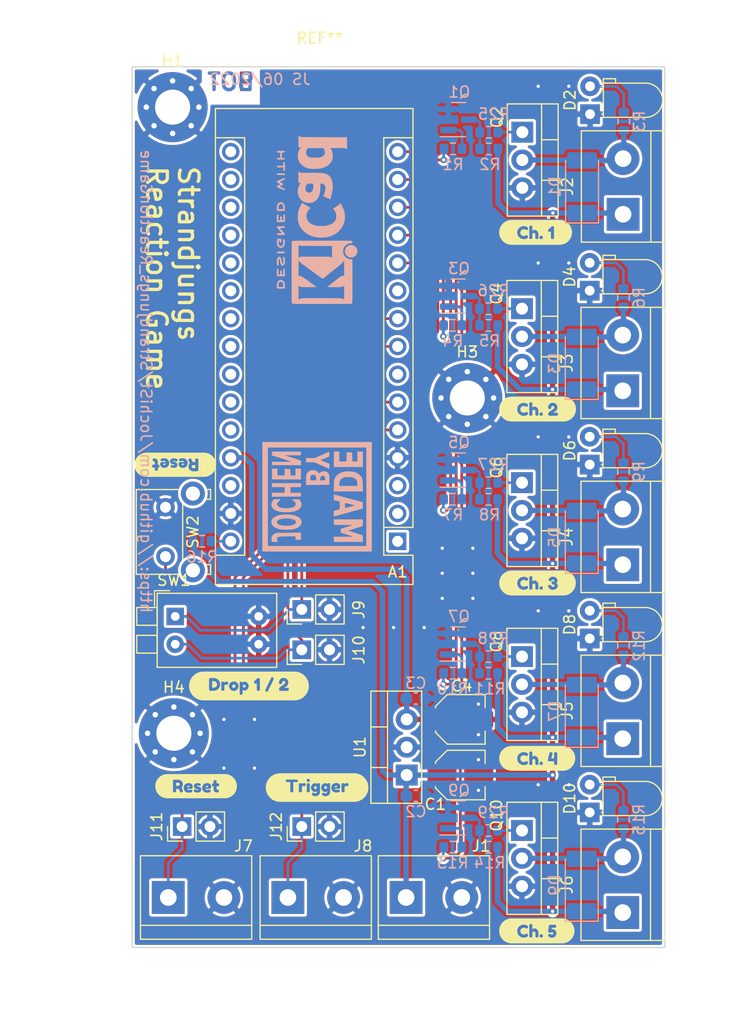
<source format=kicad_pcb>
(kicad_pcb (version 20211014) (generator pcbnew)
  (title_block (comment 4 "AISLER Project ID: DWJFPENB"))
  (layers (0 "F.Cu" signal) (31 "B.Cu" signal) (34 "B.Paste" user) (35 "F.Paste" user) (36 "B.SilkS" user "B.Silkscreen") (37 "F.SilkS" user "F.Silkscreen") (38 "B.Mask" user) (39 "F.Mask" user) (44 "Edge.Cuts" user))
  (net 0 "")
  (net 7 "GND")
  (net 14 "/SWITCH0")
  (net 16 "/SWITCH1")
  (net 18 "/SWITCH2")
  (net 19 "+5V")
  (net 20 "/SWITCH3")
  (net 22 "/SWITCH4")
  (net 23 "Net-(A1-Pad30)")
  (net 24 "+12V")
  (net 25 "Net-(D2-Pad2)")
  (net 26 "Net-(D4-Pad2)")
  (net 27 "Net-(D6-Pad2)")
  (net 28 "Net-(D8-Pad2)")
  (net 29 "Net-(D10-Pad2)")
  (net 30 "Net-(Q1-Pad1)")
  (net 31 "Net-(Q1-Pad3)")
  (net 32 "Net-(Q3-Pad1)")
  (net 33 "Net-(Q3-Pad3)")
  (net 34 "Net-(Q5-Pad1)")
  (net 35 "Net-(Q5-Pad3)")
  (net 36 "Net-(Q7-Pad1)")
  (net 37 "Net-(Q7-Pad3)")
  (net 38 "Net-(Q9-Pad1)")
  (net 39 "Net-(Q10-Pad1)")
  (net 40 "Net-(Q2-Pad1)")
  (net 41 "Net-(Q4-Pad1)")
  (net 42 "Net-(Q6-Pad1)")
  (net 43 "Net-(Q8-Pad1)")
  (net 44 "Net-(Q9-Pad3)")
  (net 46 "/Channel 0/MAG_RTN")
  (net 47 "/Channel 1/MAG_RTN")
  (net 48 "/Channel 2/MAG_RTN")
  (net 49 "/Channel 3/MAG_RTN")
  (net 50 "/Channel 4/MAG_RTN")
  (net 52 "/SEL_0")
  (net 53 "/SEL_1")
  (net 54 "/RESET")
  (net 55 "/TRIGGER")
  (footprint "TerminalBlock:TerminalBlock_bornier-2_P5.08mm" (layer "F.Cu") (at 58.77 -99.587 90)
    (fp_text reference "J5")
    (fp_text value "Screw_Terminal_01x02")
  )
  (footprint "Package_TO_SOT_THT:TO-220-3_Vertical" (layer "F.Cu") (at 49.57 -138.83 -90)
    (fp_text reference "Q4")
    (fp_text value "BUZ11")
  )
  (footprint "kibuzzard-62B9DC86" (layer "F.Cu") (at 30.861 -95.123)
    (fp_text reference "kibuzzard-62B9DC86" hide)
    (fp_text value "G***" hide)
  )
  (footprint "Capacitor_SMD:C_Elec_4x5.4" (layer "F.Cu") (at 43.942 -96.266)
    (fp_text reference "C1")
    (fp_text value "1uF")
  )
  (footprint "Connector_PinHeader_2.54mm:PinHeader_1x02_P2.54mm_Vertical" (layer "F.Cu") (at 29.459 -91.567 90)
    (fp_text reference "J12")
    (fp_text value "Conn_01x02")
  )
  (footprint "LED_THT:LED_D3.0mm_Horizontal_O1.27mm_Z2.0mm" (layer "F.Cu") (at 55.756 -124.602 90)
    (fp_text reference "D6")
    (fp_text value "LED")
  )
  (footprint "TerminalBlock:TerminalBlock_bornier-2_P5.08mm" (layer "F.Cu") (at 38.989 -85.09)
    (fp_text reference "J1")
    (fp_text value "Screw_Terminal_01x02")
  )
  (footprint "Connector_PinHeader_2.54mm:PinHeader_1x02_P2.54mm_Vertical" (layer "F.Cu") (at 29.459 -111.379 90)
    (fp_text reference "J9")
    (fp_text value "Conn_01x02")
  )
  (footprint "Button_Switch_THT:SW_Tactile_SKHH_Angled" (layer "F.Cu") (at 17.018 -116.205 90)
    (fp_text reference "SW2")
    (fp_text value "SW_Push")
  )
  (footprint "MountingHole:MountingHole_3.2mm_M3_Pad_Via" (layer "F.Cu") (at 17.666 -157.226)
    (fp_text reference "H1")
    (fp_text value "MountingHole_Pad")
  )
  (footprint "Button_Switch_THT:SW_DIP_SPSTx02_Piano_10.8x6.64mm_W7.62mm_P2.54mm" (layer "F.Cu") (at 17.907 -110.744)
    (fp_text reference "SW1")
    (fp_text value "SW_DIP_x02")
  )
  (footprint "Symbol:Symbol_GNU-GPL_CopperTop_Small" (layer "F.Cu") (at 30.607 -156.718)
    (fp_text reference "REF**")
    (fp_text value "Symbol_GNU-GPL_CopperTop_Small")
  )
  (footprint "kibuzzard-62B9DCF0" (layer "F.Cu") (at 50.961131 -97.79)
    (fp_text reference "kibuzzard-62B9DCF0" hide)
    (fp_text value "G***" hide)
  )
  (footprint "MountingHole:MountingHole_3.2mm_M3_Pad_Via" (layer "F.Cu") (at 17.78 -100.076)
    (fp_text reference "H4")
    (fp_text value "MountingHole_Pad")
  )
  (footprint "TerminalBlock:TerminalBlock_bornier-2_P5.08mm" (layer "F.Cu") (at 58.77 -131.337 90)
    (fp_text reference "J3")
    (fp_text value "Screw_Terminal_01x02")
  )
  (footprint "kibuzzard-62B9DCE2" (layer "F.Cu") (at 50.988119 -113.792)
    (fp_text reference "kibuzzard-62B9DCE2" hide)
    (fp_text value "G***" hide)
  )
  (footprint "Package_TO_SOT_THT:TO-220-3_Vertical" (layer "F.Cu") (at 49.57 -107.08 -90)
    (fp_text reference "Q8")
    (fp_text value "BUZ11")
  )
  (footprint "Package_TO_SOT_THT:TO-220-3_Vertical" (layer "F.Cu") (at 49.601 -154.94 -90)
    (fp_text reference "Q2")
    (fp_text value "BUZ11")
  )
  (footprint "Connector_PinHeader_2.54mm:PinHeader_1x02_P2.54mm_Vertical" (layer "F.Cu") (at 18.537 -91.567 90)
    (fp_text reference "J11")
    (fp_text value "Conn_01x02")
  )
  (footprint "Connector_PinHeader_2.54mm:PinHeader_1x02_P2.54mm_Vertical" (layer "F.Cu") (at 29.459 -107.696 90)
    (fp_text reference "J10")
    (fp_text value "Conn_01x02")
  )
  (footprint "TerminalBlock:TerminalBlock_bornier-2_P5.08mm" (layer "F.Cu") (at 17.272 -85.09)
    (fp_text reference "J7")
    (fp_text value "Screw_Terminal_01x02")
  )
  (footprint "kibuzzard-62B9DCD6" (layer "F.Cu") (at 50.994469 -129.667)
    (fp_text reference "kibuzzard-62B9DCD6" hide)
    (fp_text value "G***" hide)
  )
  (footprint "kibuzzard-62B9DCAD" (layer "F.Cu") (at 19.812 -95.25)
    (fp_text reference "kibuzzard-62B9DCAD" hide)
    (fp_text value "G***" hide)
  )
  (footprint "MountingHole:MountingHole_3.2mm_M3_Pad_Via" (layer "F.Cu") (at 44.577 -130.683)
    (fp_text reference "H3")
    (fp_text value "MountingHole_Pad")
  )
  (footprint "kibuzzard-62B9DCC5" (layer "F.Cu") (at 50.814288 -145.796)
    (fp_text reference "kibuzzard-62B9DCC5" hide)
    (fp_text value "G***" hide)
  )
  (footprint "Package_TO_SOT_THT:TO-220-3_Vertical" (layer "F.Cu") (at 49.57 -91.205 -90)
    (fp_text reference "Q10")
    (fp_text value "BUZ11")
  )
  (footprint "LED_THT:LED_D3.0mm_Horizontal_O1.27mm_Z2.0mm" (layer "F.Cu") (at 55.756 -140.477 90)
    (fp_text reference "D4")
    (fp_text value "LED")
  )
  (footprint "Package_TO_SOT_THT:TO-220-3_Vertical" (layer "F.Cu") (at 39.045 -96.266 90)
    (fp_text reference "U1")
    (fp_text value "L7805")
  )
  (footprint "Capacitor_SMD:C_Elec_4x5.4" (layer "F.Cu") (at 43.942 -101.346)
    (fp_text reference "C4")
    (fp_text value "10uF")
  )
  (footprint "kibuzzard-62B9DD70" (layer "F.Cu") (at 24.638 -104.394)
    (fp_text reference "kibuzzard-62B9DD70" hide)
    (fp_text value "G***" hide)
  )
  (footprint "LED_THT:LED_D3.0mm_Horizontal_O1.27mm_Z2.0mm" (layer "F.Cu") (at 55.787 -156.587 90)
    (fp_text reference "D2")
    (fp_text value "LED")
  )
  (footprint "TerminalBlock:TerminalBlock_bornier-2_P5.08mm" (layer "F.Cu") (at 58.77 -83.712 90)
    (fp_text reference "J6")
    (fp_text value "Screw_Terminal_01x02")
  )
  (footprint "kibuzzard-62B9DCAD" (layer "F.Cu") (at 17.907 -124.587 180)
    (fp_text reference "kibuzzard-62B9DCAD" hide)
    (fp_text value "G***" hide)
  )
  (footprint "Package_TO_SOT_THT:TO-220-3_Vertical" (layer "F.Cu") (at 49.57 -122.955 -90)
    (fp_text reference "Q6")
    (fp_text value "BUZ11")
  )
  (footprint "kibuzzard-62B9DD05" (layer "F.Cu") (at 50.927 -82.042)
    (fp_text reference "kibuzzard-62B9DD05" hide)
    (fp_text value "G***" hide)
  )
  (footprint "LED_THT:LED_D3.0mm_Horizontal_O1.27mm_Z2.0mm" (layer "F.Cu") (at 55.756 -108.727 90)
    (fp_text reference "D8")
    (fp_text value "LED")
  )
  (footprint "TerminalBlock:TerminalBlock_bornier-2_P5.08mm" (layer "F.Cu") (at 58.801 -147.447 90)
    (fp_text reference "J2")
    (fp_text value "Screw_Terminal_01x02")
  )
  (footprint "LED_THT:LED_D3.0mm_Horizontal_O1.27mm_Z2.0mm" (layer "F.Cu") (at 55.756 -92.852 90)
    (fp_text reference "D10")
    (fp_text value "LED")
  )
  (footprint "TerminalBlock:TerminalBlock_bornier-2_P5.08mm" (layer "F.Cu") (at 58.77 -115.462 90)
    (fp_text reference "J4")
    (fp_text value "Screw_Terminal_01x02")
  )
  (footprint "TerminalBlock:TerminalBlock_bornier-2_P5.08mm" (layer "F.Cu") (at 28.194 -85.09)
    (fp_text reference "J8")
    (fp_text value "Screw_Terminal_01x02")
  )
  (footprint "Module:Arduino_Nano" (layer "F.Cu") (at 38.217 -117.602 180)
    (fp_text reference "A1")
    (fp_text value "Arduino_Nano_v2.x")
  )
  (footprint "Diode_SMD:D_MELF" (layer "B.Cu") (at 55.025 -102.098 90)
    (fp_text reference "D7")
    (fp_text value "SM4001")
  )
  (footprint "Resistor_SMD:R_0603_1608Metric" (layer "B.Cu") (at 58.835 -123.947 90)
    (fp_text reference "R9")
    (fp_text value "5k6")
  )
  (footprint "Resistor_SMD:R_0603_1608Metric" (layer "B.Cu") (at 46.545 -153.416 180)
    (fp_text reference "R2")
    (fp_text value "10k")
  )
  (footprint "Resistor_SMD:R_0603_1608Metric" (layer "B.Cu") (at 46.514 -89.681 180)
    (fp_text reference "R14")
    (fp_text value "10k")
  )
  (footprint "Resistor_SMD:R_0603_1608Metric" (layer "B.Cu") (at 46.546 -154.94)
    (fp_text reference "R25")
    (fp_text value "56")
  )
  (footprint "Package_TO_SOT_SMD:SOT-23" (layer "B.Cu") (at 43.75 -124.103)
    (fp_text reference "Q5")
    (fp_text value "BC847")
  )
  (footprint "Diode_SMD:D_MELF" (layer "B.Cu") (at 55.025 -117.973 90)
    (fp_text reference "D5")
    (fp_text value "SM4001")
  )
  (footprint "Capacitor_SMD:C_0603_1608Metric_Pad1.08x0.95mm_HandSolder" (layer "B.Cu") (at 39.878 -94.361)
    (fp_text reference "C2")
    (fp_text value "100n")
  )
  (footprint "Resistor_SMD:R_0603_1608Metric" (layer "B.Cu") (at 58.835 -139.822 90)
    (fp_text reference "R6")
    (fp_text value "5k6")
  )
  (footprint "Resistor_SMD:R_0603_1608Metric" (layer "B.Cu") (at 46.515 -138.83)
    (fp_text reference "R26")
    (fp_text value "56")
  )
  (footprint "Diode_SMD:D_MELF" (layer "B.Cu") (at 55.056 -149.958 90)
    (fp_text reference "D1")
    (fp_text value "SM4001")
  )
  (footprint "Symbol:KiCad-Logo2_6mm_SilkScreen" (layer "B.Cu") (at 31.556153 -146.931513 90)
    (fp_text reference "REF**" hide)
    (fp_text value "KiCad-Logo2_6mm_SilkScreen" hide)
  )
  (footprint "Resistor_SMD:R_0603_1608Metric" (layer "B.Cu") (at 43.242 -105.561)
    (fp_text reference "R10")
    (fp_text value "10k")
  )
  (footprint "Resistor_SMD:R_0603_1608Metric" (layer "B.Cu") (at 46.514 -105.556 180)
    (fp_text reference "R11")
    (fp_text value "10k")
  )
  (footprint "Resistor_SMD:R_0603_1608Metric" (layer "B.Cu") (at 46.514 -137.306 180)
    (fp_text reference "R5")
    (fp_text value "10k")
  )
  (footprint "Resistor_SMD:R_0603_1608Metric" (layer "B.Cu") (at 46.515 -91.205)
    (fp_text reference "R29")
    (fp_text value "56")
  )
  (footprint "Package_TO_SOT_SMD:SOT-23" (layer "B.Cu") (at 43.75 -139.978)
    (fp_text reference "Q3")
    (fp_text value "BC847")
  )
  (footprint "Resistor_SMD:R_0603_1608Metric" (layer "B.Cu") (at 43.242 -137.311)
    (fp_text reference "R4")
    (fp_text value "10k")
  )
  (footprint "Diode_SMD:D_MELF" (layer "B.Cu") (at 55.025 -86.223 90)
    (fp_text reference "D9")
    (fp_text value "SM4001")
  )
  (footprint "Diode_SMD:D_MELF" (layer "B.Cu") (at 55.025 -133.848 90)
    (fp_text reference "D3")
    (fp_text value "SM4001")
  )
  (footprint "Resistor_SMD:R_0603_1608Metric" (layer "B.Cu") (at 20.357 -117.602)
    (fp_text reference "R16")
    (fp_text value "dnp")
  )
  (footprint "Package_TO_SOT_SMD:SOT-23" (layer "B.Cu") (at 43.781 -156.088)
    (fp_text reference "Q1")
    (fp_text value "BC847")
  )
  (footprint "Resistor_SMD:R_0603_1608Metric" (layer "B.Cu") (at 46.515 -107.08)
    (fp_text reference "R28")
    (fp_text value "56")
  )
  (footprint "Capacitor_SMD:C_0603_1608Metric_Pad1.08x0.95mm_HandSolder" (layer "B.Cu") (at 39.878 -103.251)
    (fp_text reference "C3")
    (fp_text value "100n")
  )
  (footprint "Resistor_SMD:R_0603_1608Metric" (layer "B.Cu") (at 43.242 -89.686)
    (fp_text reference "R13")
    (fp_text value "10k")
  )
  (footprint "Resistor_SMD:R_0603_1608Metric" (layer "B.Cu") (at 46.515 -122.955)
    (fp_text reference "R27")
    (fp_text value "56")
  )
  (footprint "Resistor_SMD:R_0603_1608Metric" (layer "B.Cu") (at 58.835 -108.072 90)
    (fp_text reference "R12")
    (fp_text value "5k6")
  )
  (footprint "Package_TO_SOT_SMD:SOT-23" (layer "B.Cu") (at 43.75 -108.228)
    (fp_text reference "Q7")
    (fp_text value "BC847")
  )
  (footprint "Package_TO_SOT_SMD:SOT-23" (layer "B.Cu") (at 43.75 -92.353)
    (fp_text reference "Q9")
    (fp_text value "BC847")
  )
  (footprint "Resistor_SMD:R_0603_1608Metric" (layer "B.Cu") (at 43.273 -153.421)
    (fp_text reference "R1")
    (fp_text value "10k")
  )
  (footprint "Resistor_SMD:R_0603_1608Metric" (layer "B.Cu") (at 43.242 -121.436)
    (fp_text reference "R7")
    (fp_text value "10k")
  )
  (footprint "Resistor_SMD:R_0603_1608Metric" (layer "B.Cu") (at 58.835 -92.197 90)
    (fp_text reference "R15")
    (fp_text value "5k6")
  )
  (footprint "Resistor_SMD:R_0603_1608Metric" (layer "B.Cu") (at 58.866 -155.932 90)
    (fp_text reference "R3")
    (fp_text value "5k6")
  )
  (footprint "MadeByJochen:MadeByJochen_10x10" (layer "B.Cu") (at 30.861 -121.666 90)
    (fp_text reference "G***" hide)
    (fp_text value "LOGO" hide)
  )
  (footprint "Resistor_SMD:R_0603_1608Metric" (layer "B.Cu") (at 46.514 -121.431 180)
    (fp_text reference "R8")
    (fp_text value "10k")
  )
  (gr_line (start 62.611 -80.518) (end 13.97 -80.518) (layer "Edge.Cuts") (width 0.1))
  (gr_line (start 13.97 -80.518) (end 13.97 -160.909) (layer "Edge.Cuts") (width 0.1))
  (gr_line (start 62.611 -160.909) (end 13.97 -160.909) (layer "Edge.Cuts") (width 0.1))
  (gr_line (start 62.611 -160.909) (end 62.611 -80.518) (layer "Edge.Cuts") (width 0.1))
  (gr_text "TOP" (at 22.987 -159.512) (layer "F.Cu") (effects (font (size 1.5 1.5) (thickness 0.3))))
  (gr_text "BOT" (at 22.987 -159.512) (layer "B.Cu") (effects (font (size 1.5 1.5) (thickness 0.3)) (justify mirror)))
  (gr_text "https://github.com/JochiSt/Strandjungs_ReactionGame" (at 15.24 -132.207 -90) (layer "B.SilkS") (effects (font (size 1 1)) (justify mirror)))
  (gr_text "JS 06/2022" (at 25.654 -159.766) (layer "B.SilkS") (effects (font (size 1 1)) (justify mirror)))
  (gr_text "Strandjungs\nReaction Game" (at 17.653 -152.019 270) (layer "F.SilkS") (effects (font (size 1.8 1.8) (thickness 0.3)) (justify left)))
  (via (at 53.848 -95.377) (size 0.6) (drill 0.3) (layers "F.Cu" "B.Cu") (net 7))
  (via (at 51.054 -127.127) (size 0.6) (drill 0.3) (layers "F.Cu" "B.Cu") (net 7))
  (via (at 44.958 -135.001) (size 0.6) (drill 0.3) (layers "F.Cu" "B.Cu") (net 7))
  (via (at 42.291 -114.681) (size 0.6) (drill 0.3) (layers "F.Cu" "B.Cu") (net 7))
  (via (at 53.848 -127.127) (size 0.6) (drill 0.3) (layers "F.Cu" "B.Cu") (net 7))
  (via (at 45.593 -94.869) (size 0.6) (drill 0.3) (layers "F.Cu" "B.Cu") (net 7))
  (via (at 45.085 -114.681) (size 0.6) (drill 0.3) (layers "F.Cu" "B.Cu") (net 7))
  (via (at 45.593 -97.663) (size 0.6) (drill 0.3) (layers "F.Cu" "B.Cu") (net 7))
  (via (at 45.085 -112.395) (size 0.6) (drill 0.3) (layers "F.Cu" "B.Cu") (net 7))
  (via (at 51.054 -159.131) (size 0.6) (drill 0.3) (layers "F.Cu" "B.Cu") (net 7))
  (via (at 22.352 -101.346) (size 0.6) (drill 0.3) (layers "F.Cu" "B.Cu") (net 7))
  (via (at 51.054 -95.377) (size 0.6) (drill 0.3) (layers "F.Cu" "B.Cu") (net 7))
  (via (at 22.352 -96.901) (size 0.6) (drill 0.3) (layers "F.Cu" "B.Cu") (net 7))
  (via (at 53.848 -111.252) (size 0.6) (drill 0.3) (layers "F.Cu" "B.Cu") (net 7))
  (via (at 51.054 -143.002) (size 0.6) (drill 0.3) (layers "F.Cu" "B.Cu") (net 7))
  (via (at 25.146 -96.901) (size 0.6) (drill 0.3) (layers "F.Cu" "B.Cu") (net 7))
  (via (at 42.291 -112.395) (size 0.6) (drill 0.3) (layers "F.Cu" "B.Cu") (net 7))
  (via (at 35.052 -109.728) (size 0.6) (drill 0.3) (layers "F.Cu" "B.Cu") (net 7))
  (via (at 37.846 -109.728) (size 0.6) (drill 0.3) (layers "F.Cu" "B.Cu") (net 7))
  (via (at 42.291 -116.967) (size 0.6) (drill 0.3) (layers "F.Cu" "B.Cu") (net 7))
  (via (at 45.593 -99.949) (size 0.6) (drill 0.3) (layers "F.Cu" "B.Cu") (net 7))
  (via (at 53.848 -143.002) (size 0.6) (drill 0.3) (layers "F.Cu" "B.Cu") (net 7))
  (via (at 45.085 -116.967) (size 0.6) (drill 0.3) (layers "F.Cu" "B.Cu") (net 7))
  (via (at 25.146 -101.346) (size 0.6) (drill 0.3) (layers "F.Cu" "B.Cu") (net 7))
  (via (at 40.64 -109.728) (size 0.6) (drill 0.3) (layers "F.Cu" "B.Cu") (net 7))
  (via (at 53.848 -159.131) (size 0.6) (drill 0.3) (layers "F.Cu" "B.Cu") (net 7))
  (via (at 51.054 -111.252) (size 0.6) (drill 0.3) (layers "F.Cu" "B.Cu") (net 7))
  (via (at 45.593 -102.743) (size 0.6) (drill 0.3) (layers "F.Cu" "B.Cu") (net 7))
  (segment (start 40.386 -153.162) (end 38.217 -153.162) (width 0.25) (layer "F.Cu") (net 14))
  (segment (start 41.138 -152.41) (end 40.386 -153.162) (width 0.25) (layer "F.Cu") (net 14))
  (segment (start 42.418 -152.41) (end 41.138 -152.41) (width 0.25) (layer "F.Cu") (net 14))
  (via (at 42.418 -152.41) (size 0.6) (drill 0.3) (layers "F.Cu" "B.Cu") (net 14))
  (segment (start 42.418 -153.421) (end 42.418 -152.41) (width 0.25) (layer "B.Cu") (net 14))
  (segment (start 38.227 -143.002) (end 41.91 -143.002) (width 0.25) (layer "F.Cu") (net 16))
  (segment (start 38.217 -143.002) (end 38.227 -143.002) (width 0.25) (layer "F.Cu") (net 16))
  (segment (start 42.387 -142.525) (end 42.387 -136.3) (width 0.25) (layer "F.Cu") (net 16))
  (segment (start 41.91 -143.002) (end 42.387 -142.525) (width 0.25) (layer "F.Cu") (net 16))
  (via (at 42.387 -136.3) (size 0.6) (drill 0.3) (layers "F.Cu" "B.Cu") (net 16))
  (segment (start 42.387 -137.311) (end 42.387 -136.3) (width 0.25) (layer "B.Cu") (net 16))
  (segment (start 42.701 -120.425) (end 42.387 -120.425) (width 0.25) (layer "F.Cu") (net 18))
  (segment (start 39.878 -132.588) (end 39.878 -128.778) (width 0.25) (layer "F.Cu") (net 18))
  (segment (start 43.053 -120.777) (end 42.701 -120.425) (width 0.25) (layer "F.Cu") (net 18))
  (segment (start 42.037 -145.542) (end 43.053 -144.526) (width 0.25) (layer "F.Cu") (net 18))
  (segment (start 43.053 -144.526) (end 43.053 -135.763) (width 0.25) (layer "F.Cu") (net 18))
  (segment (start 43.053 -135.763) (end 39.878 -132.588) (width 0.25) (layer "F.Cu") (net 18))
  (segment (start 38.217 -145.542) (end 42.037 -145.542) (width 0.25) (layer "F.Cu") (net 18))
  (segment (start 43.053 -125.603) (end 43.053 -120.777) (width 0.25) (layer "F.Cu") (net 18))
  (segment (start 39.878 -128.778) (end 43.053 -125.603) (width 0.25) (layer "F.Cu") (net 18))
  (via (at 42.387 -120.425) (size 0.6) (drill 0.3) (layers "F.Cu" "B.Cu") (net 18))
  (segment (start 42.387 -121.436) (end 42.387 -120.425) (width 0.25) (layer "B.Cu") (net 18))
  (segment (start 42.267 -101.346) (end 39.045 -101.346) (width 0.5) (layer "F.Cu") (net 19))
  (segment (start 39.045 -114.244) (end 38.227 -115.062) (width 0.5) (layer "B.Cu") (net 19))
  (segment (start 38.227 -115.062) (end 26.162 -115.062) (width 0.5) (layer "B.Cu") (net 19))
  (segment (start 24.892 -124.587) (end 24.892 -116.332) (width 0.5) (layer "B.Cu") (net 19))
  (segment (start 24.892 -116.332) (end 26.162 -115.062) (width 0.5) (layer "B.Cu") (net 19))
  (segment (start 24.257 -125.222) (end 24.892 -124.587) (width 0.5) (layer "B.Cu") (net 19))
  (segment (start 39.045 -101.346) (end 39.045 -114.244) (width 0.5) (layer "B.Cu") (net 19))
  (segment (start 22.977 -125.222) (end 24.257 -125.222) (width 0.5) (layer "B.Cu") (net 19))
  (segment (start 43.561 -125.857) (end 40.386 -129.032) (width 0.25) (layer "F.Cu") (net 20))
  (segment (start 40.386 -132.334) (end 43.561 -135.509) (width 0.25) (layer "F.Cu") (net 20))
  (segment (start 41.91 -148.082) (end 38.217 -148.082) (width 0.25) (layer "F.Cu") (net 20))
  (segment (start 40.386 -129.032) (end 40.386 -132.334) (width 0.25) (layer "F.Cu") (net 20))
  (segment (start 43.561 -135.509) (end 43.561 -146.431) (width 0.25) (layer "F.Cu") (net 20))
  (segment (start 43.209 -104.55) (end 43.561 -104.902) (width 0.25) (layer "F.Cu") (net 20))
  (segment (start 42.387 -104.55) (end 43.209 -104.55) (width 0.25) (layer "F.Cu") (net 20))
  (segment (start 43.561 -146.431) (end 41.91 -148.082) (width 0.25) (layer "F.Cu") (net 20))
  (segment (start 43.561 -104.902) (end 43.561 -125.857) (width 0.25) (layer "F.Cu") (net 20))
  (via (at 42.387 -104.55) (size 0.6) (drill 0.3) (layers "F.Cu" "B.Cu") (net 20))
  (segment (start 42.387 -105.561) (end 42.387 -104.55) (width 0.25) (layer "B.Cu") (net 20))
  (segment (start 40.894 -132.08) (end 44.069 -135.255) (width 0.25) (layer "F.Cu") (net 22))
  (segment (start 44.069 -148.59) (end 42.037 -150.622) (width 0.25) (layer "F.Cu") (net 22))
  (segment (start 42.037 -150.622) (end 38.217 -150.622) (width 0.25) (layer "F.Cu") (net 22))
  (segment (start 40.894 -129.286) (end 40.894 -132.08) (width 0.25) (layer "F.Cu") (net 22))
  (segment (start 44.069 -135.255) (end 44.069 -148.59) (width 0.25) (layer "F.Cu") (net 22))
  (segment (start 43.942 -89.281) (end 43.942 -102.362) (width 0.25) (layer "F.Cu") (net 22))
  (segment (start 43.942 -102.362) (end 44.069 -102.489) (width 0.25) (layer "F.Cu") (net 22))
  (segment (start 44.069 -126.111) (end 40.894 -129.286) (width 0.25) (layer "F.Cu") (net 22))
  (segment (start 42.387 -88.675) (end 43.336 -88.675) (width 0.25) (layer "F.Cu") (net 22))
  (segment (start 43.336 -88.675) (end 43.942 -89.281) (width 0.25) (layer "F.Cu") (net 22))
  (segment (start 44.069 -102.489) (end 44.069 -126.111) (width 0.25) (layer "F.Cu") (net 22))
  (via (at 42.387 -88.675) (size 0.6) (drill 0.3) (layers "F.Cu" "B.Cu") (net 22))
  (segment (start 42.387 -89.686) (end 42.387 -88.675) (width 0.25) (layer "B.Cu") (net 22))
  (segment (start 21.182 -117.602) (end 23.014 -117.602) (width 0.25) (layer "B.Cu") (net 23))
  (segment (start 52.366 -131.448) (end 52.366 -147.527) (width 0.5) (layer "F.Cu") (net 24))
  (segment (start 52.366 -131.448) (end 52.366 -96.266) (width 0.5) (layer "F.Cu") (net 24))
  (segment (start 52.366 -147.527) (end 52.397 -147.558) (width 0.5) (layer "F.Cu") (net 24))
  (segment (start 52.366 -96.266) (end 52.366 -83.823) (width 0.5) (layer "F.Cu") (net 24))
  (segment (start 42.267 -96.266) (end 39.045 -96.266) (width 0.5) (layer "F.Cu") (net 24))
  (via (at 52.397 -147.558) (size 0.6) (drill 0.3) (layers "F.Cu" "B.Cu") (net 24))
  (via (at 52.366 -115.573) (size 0.6) (drill 0.3) (layers "F.Cu" "B.Cu") (net 24))
  (via (at 52.366 -96.266) (size 0.6) (drill 0.3) (layers "F.Cu" "B.Cu") (net 24))
  (via (at 52.366 -99.698) (size 0.6) (drill 0.3) (layers "F.Cu" "B.Cu") (net 24))
  (via (at 52.366 -131.448) (size 0.6) (drill 0.3) (layers "F.Cu" "B.Cu") (net 24))
  (via (at 52.366 -83.823) (size 0.6) (drill 0.3) (layers "F.Cu" "B.Cu") (net 24))
  (segment (start 52.366 -99.698) (end 55.025 -99.698) (width 0.5) (layer "B.Cu") (net 24))
  (segment (start 38.989 -85.09) (end 38.989 -96.21) (width 0.5) (layer "B.Cu") (net 24))
  (segment (start 52.366 -131.448) (end 55.025 -131.448) (width 0.5) (layer "B.Cu") (net 24))
  (segment (start 52.397 -147.558) (end 55.056 -147.558) (width 0.5) (layer "B.Cu") (net 24))
  (segment (start 35.941 -113.919) (end 21.971 -113.919) (width 0.5) (layer "B.Cu") (net 24))
  (segment (start 48.25 -83.823) (end 47.339 -84.734) (width 0.5) (layer "B.Cu") (net 24))
  (segment (start 55.025 -131.448) (end 58.659 -131.448) (width 0.5) (layer "B.Cu") (net 24))
  (segment (start 48.281 -147.558) (end 47.37 -148.469) (width 0.5) (layer "B.Cu") (net 24))
  (segment (start 55.056 -147.558) (end 58.69 -147.558) (width 0.5) (layer "B.Cu") (net 24))
  (segment (start 47.339 -84.734) (end 47.339 -89.681) (width 0.5) (layer "B.Cu") (net 24))
  (segment (start 52.366 -83.823) (end 55.025 -83.823) (width 0.5) (layer "B.Cu") (net 24))
  (segment (start 52.366 -115.573) (end 48.25 -115.573) (width 0.5) (layer "B.Cu") (net 24))
  (segment (start 55.025 -115.573) (end 58.659 -115.573) (width 0.5) (layer "B.Cu") (net 24))
  (segment (start 47.339 -100.609) (end 47.339 -105.556) (width 0.5) (layer "B.Cu") (net 24))
  (segment (start 47.339 -116.484) (end 47.339 -121.431) (width 0.5) (layer "B.Cu") (net 24))
  (segment (start 52.366 -83.823) (end 48.25 -83.823) (width 0.5) (layer "B.Cu") (net 24))
  (segment (start 36.83 -113.03) (end 35.941 -113.919) (width 0.5) (layer "B.Cu") (net 24))
  (segment (start 48.25 -99.698) (end 47.339 -100.609) (width 0.5) (layer "B.Cu") (net 24))
  (segment (start 48.25 -115.573) (end 47.339 -116.484) (width 0.5) (layer "B.Cu") (net 24))
  (segment (start 19.532 -116.993) (end 19.532 -117.602) (width 0.5) (layer "B.Cu") (net 24))
  (segment (start 21.209 -115.824) (end 20.574 -116.459) (width 0.5) (layer "B.Cu") (net 24))
  (segment (start 55.025 -99.698) (end 58.659 -99.698) (width 0.5) (layer "B.Cu") (net 24))
  (segment (start 49.4 -131.448) (end 47.339 -133.509) (width 0.5) (layer "B.Cu") (net 24))
  (segment (start 47.37 -148.469) (end 47.37 -153.416) (width 0.5) (layer "B.Cu") (net 24))
  (segment (start 52.366 -99.698) (end 48.25 -99.698) (width 0.5) (layer "B.Cu") (net 24))
  (segment (start 20.066 -116.459) (end 19.532 -116.993) (width 0.5) (layer "B.Cu") (net 24))
  (segment (start 21.971 -113.919) (end 21.209 -114.681) (width 0.5) (layer "B.Cu") (net 24))
  (segment (start 52.366 -115.573) (end 55.025 -115.573) (width 0.5) (layer "B.Cu") (net 24))
  (segment (start 52.366 -131.448) (end 49.4 -131.448) (width 0.5) (layer "B.Cu") (net 24))
  (segment (start 47.339 -133.509) (end 47.339 -137.306) (width 0.5) (layer "B.Cu") (net 24))
  (segment (start 55.025 -83.823) (end 58.659 -83.823) (width 0.5) (layer "B.Cu") (net 24))
  (segment (start 52.397 -147.558) (end 48.281 -147.558) (width 0.5) (layer "B.Cu") (net 24))
  (segment (start 52.366 -96.266) (end 39.045 -96.266) (width 0.5) (layer "B.Cu") (net 24))
  (segment (start 39.045 -96.266) (end 37.211 -96.266) (width 0.5) (layer "B.Cu") (net 24))
  (segment (start 37.211 -96.266) (end 36.83 -96.647) (width 0.5) (layer "B.Cu") (net 24))
  (segment (start 20.574 -116.459) (end 20.066 -116.459) (width 0.5) (layer "B.Cu") (net 24))
  (segment (start 21.209 -114.681) (end 21.209 -115.824) (width 0.5) (layer "B.Cu") (net 24))
  (segment (start 36.83 -96.647) (end 36.83 -113.03) (width 0.5) (layer "B.Cu") (net 24))
  (segment (start 58.866 -156.757) (end 58.866 -158.472) (width 0.25) (layer "B.Cu") (net 25))
  (segment (start 58.211 -159.127) (end 55.914 -159.127) (width 0.25) (layer "B.Cu") (net 25))
  (segment (start 58.866 -158.472) (end 58.211 -159.127) (width 0.25) (layer "B.Cu") (net 25))
  (segment (start 58.18 -143.017) (end 55.883 -143.017) (width 0.25) (layer "B.Cu") (net 26))
  (segment (start 58.835 -142.362) (end 58.18 -143.017) (width 0.25) (layer "B.Cu") (net 26))
  (segment (start 58.835 -140.647) (end 58.835 -142.362) (width 0.25) (layer "B.Cu") (net 26))
  (segment (start 58.835 -126.487) (end 58.18 -127.142) (width 0.25) (layer "B.Cu") (net 27))
  (segment (start 58.835 -124.772) (end 58.835 -126.487) (width 0.25) (layer "B.Cu") (net 27))
  (segment (start 58.18 -127.142) (end 55.883 -127.142) (width 0.25) (layer "B.Cu") (net 27))
  (segment (start 58.835 -110.612) (end 58.18 -111.267) (width 0.25) (layer "B.Cu") (net 28))
  (segment (start 58.18 -111.267) (end 55.883 -111.267) (width 0.25) (layer "B.Cu") (net 28))
  (segment (start 58.835 -108.897) (end 58.835 -110.612) (width 0.25) (layer "B.Cu") (net 28))
  (segment (start 58.835 -93.022) (end 58.835 -94.737) (width 0.25) (layer "B.Cu") (net 29))
  (segment (start 58.835 -94.737) (end 58.18 -95.392) (width 0.25) (layer "B.Cu") (net 29))
  (segment (start 58.18 -95.392) (end 55.883 -95.392) (width 0.25) (layer "B.Cu") (net 29))
  (segment (start 43.847 -155.138) (end 44.098 -154.887) (width 0.25) (layer "B.Cu") (net 30))
  (segment (start 42.8435 -155.138) (end 43.847 -155.138) (width 0.25) (layer "B.Cu") (net 30))
  (segment (start 44.098 -154.887) (end 44.098 -153.421) (width 0.25) (layer "B.Cu") (net 30))
  (segment (start 45.721 -154.94) (end 45.721 -153.417) (width 0.25) (layer "B.Cu") (net 31))
  (segment (start 45.466 -156.088) (end 45.721 -155.833) (width 0.25) (layer "B.Cu") (net 31))
  (segment (start 45.721 -155.833) (end 45.721 -154.94) (width 0.25) (layer "B.Cu") (net 31))
  (segment (start 44.7185 -156.088) (end 45.466 -156.088) (width 0.25) (layer "B.Cu") (net 31))
  (segment (start 42.8125 -139.028) (end 43.816 -139.028) (width 0.25) (layer "B.Cu") (net 32))
  (segment (start 44.067 -138.777) (end 44.067 -137.311) (width 0.25) (layer "B.Cu") (net 32))
  (segment (start 43.816 -139.028) (end 44.067 -138.777) (width 0.25) (layer "B.Cu") (net 32))
  (segment (start 45.435 -139.978) (end 45.69 -139.723) (width 0.25) (layer "B.Cu") (net 33))
  (segment (start 44.6875 -139.978) (end 45.435 -139.978) (width 0.25) (layer "B.Cu") (net 33))
  (segment (start 45.69 -139.723) (end 45.69 -138.83) (width 0.25) (layer "B.Cu") (net 33))
  (segment (start 45.69 -138.83) (end 45.69 -137.307) (width 0.25) (layer "B.Cu") (net 33))
  (segment (start 42.8125 -123.153) (end 43.816 -123.153) (width 0.25) (layer "B.Cu") (net 34))
  (segment (start 44.067 -122.902) (end 44.067 -121.436) (width 0.25) (layer "B.Cu") (net 34))
  (segment (start 43.816 -123.153) (end 44.067 -122.902) (width 0.25) (layer "B.Cu") (net 34))
  (segment (start 45.69 -123.848) (end 45.69 -122.955) (width 0.25) (layer "B.Cu") (net 35))
  (segment (start 45.69 -122.955) (end 45.69 -121.432) (width 0.25) (layer "B.Cu") (net 35))
  (segment (start 44.6875 -124.103) (end 45.435 -124.103) (width 0.25) (layer "B.Cu") (net 35))
  (segment (start 45.435 -124.103) (end 45.69 -123.848) (width 0.25) (layer "B.Cu") (net 35))
  (segment (start 42.8125 -107.278) (end 43.816 -107.278) (width 0.25) (layer "B.Cu") (net 36))
  (segment (start 43.816 -107.278) (end 44.067 -107.027) (width 0.25) (layer "B.Cu") (net 36))
  (segment (start 44.067 -107.027) (end 44.067 -105.561) (width 0.25) (layer "B.Cu") (net 36))
  (segment (start 44.6875 -108.228) (end 45.435 -108.228) (width 0.25) (layer "B.Cu") (net 37))
  (segment (start 45.435 -108.228) (end 45.69 -107.973) (width 0.25) (layer "B.Cu") (net 37))
  (segment (start 45.69 -107.08) (end 45.69 -105.557) (width 0.25) (layer "B.Cu") (net 37))
  (segment (start 45.69 -107.973) (end 45.69 -107.08) (width 0.25) (layer "B.Cu") (net 37))
  (segment (start 43.816 -91.403) (end 44.067 -91.152) (width 0.25) (layer "B.Cu") (net 38))
  (segment (start 42.8125 -91.403) (end 43.816 -91.403) (width 0.25) (layer "B.Cu") (net 38))
  (segment (start 44.067 -91.152) (end 44.067 -89.686) (width 0.25) (layer "B.Cu") (net 38))
  (segment (start 47.34 -91.205) (end 49.57 -91.205) (width 0.25) (layer "B.Cu") (net 39))
  (segment (start 47.371 -154.94) (end 49.601 -154.94) (width 0.25) (layer "B.Cu") (net 40))
  (segment (start 47.34 -138.83) (end 49.57 -138.83) (width 0.25) (layer "B.Cu") (net 41))
  (segment (start 47.34 -122.955) (end 49.57 -122.955) (width 0.25) (layer "B.Cu") (net 42))
  (segment (start 47.34 -107.08) (end 49.57 -107.08) (width 0.25) (layer "B.Cu") (net 43))
  (segment (start 44.6875 -92.353) (end 45.435 -92.353) (width 0.25) (layer "B.Cu") (net 44))
  (segment (start 45.69 -91.205) (end 45.69 -89.682) (width 0.25) (layer "B.Cu") (net 44))
  (segment (start 45.69 -92.098) (end 45.69 -91.205) (width 0.25) (layer "B.Cu") (net 44))
  (segment (start 45.435 -92.353) (end 45.69 -92.098) (width 0.25) (layer "B.Cu") (net 44))
  (segment (start 55.056 -152.358) (end 58.632 -152.358) (width 0.5) (layer "B.Cu") (net 46))
  (segment (start 49.601 -152.4) (end 55.014 -152.4) (width 0.5) (layer "B.Cu") (net 46))
  (segment (start 58.866 -155.107) (end 58.866 -152.592) (width 0.5) (layer "B.Cu") (net 46))
  (segment (start 49.57 -136.29) (end 54.983 -136.29) (width 0.5) (layer "B.Cu") (net 47))
  (segment (start 55.025 -136.248) (end 58.601 -136.248) (width 0.5) (layer "B.Cu") (net 47))
  (segment (start 58.835 -138.997) (end 58.835 -136.482) (width 0.5) (layer "B.Cu") (net 47))
  (segment (start 49.57 -120.415) (end 54.983 -120.415) (width 0.5) (layer "B.Cu") (net 48))
  (segment (start 55.025 -120.373) (end 58.601 -120.373) (width 0.5) (layer "B.Cu") (net 48))
  (segment (start 58.835 -123.122) (end 58.835 -120.607) (width 0.5) (layer "B.Cu") (net 48))
  (segment (start 49.57 -104.54) (end 54.983 -104.54) (width 0.5) (layer "B.Cu") (net 49))
  (segment (start 55.025 -104.498) (end 58.601 -104.498) (width 0.5) (layer "B.Cu") (net 49))
  (segment (start 58.835 -107.247) (end 58.835 -104.732) (width 0.5) (layer "B.Cu") (net 49))
  (segment (start 49.57 -88.665) (end 54.983 -88.665) (width 0.5) (layer "B.Cu") (net 50))
  (segment (start 55.025 -88.623) (end 58.601 -88.623) (width 0.5) (layer "B.Cu") (net 50))
  (segment (start 58.835 -91.372) (end 58.835 -88.857) (width 0.5) (layer "B.Cu") (net 50))
  (segment (start 38.217 -127.762) (end 30.48 -127.762) (width 0.25) (layer "F.Cu") (net 52))
  (segment (start 30.48 -127.762) (end 29.459 -126.741) (width 0.25) (layer "F.Cu") (net 52))
  (segment (start 29.459 -126.741) (end 29.459 -111.379) (width 0.25) (layer "F.Cu") (net 52))
  (segment (start 20.193 -109.474) (end 26.416 -109.474) (width 0.25) (layer "B.Cu") (net 52))
  (segment (start 18.923 -110.744) (end 20.193 -109.474) (width 0.25) (layer "B.Cu") (net 52))
  (segment (start 29.459 -111.379) (end 28.321 -111.379) (width 0.25) (layer "B.Cu") (net 52))
  (segment (start 17.907 -110.744) (end 18.923 -110.744) (width 0.25) (layer "B.Cu") (net 52))
  (segment (start 28.321 -111.379) (end 26.416 -109.474) (width 0.25) (layer "B.Cu") (net 52))
  (segment (start 38.217 -130.302) (end 31.115 -130.302) (width 0.25) (layer "F.Cu") (net 53))
  (segment (start 31.115 -130.302) (end 28.194 -127.381) (width 0.25) (layer "F.Cu") (net 53))
  (segment (start 28.194 -127.381) (end 28.194 -109.855) (width 0.25) (layer "F.Cu") (net 53))
  (segment (start 29.459 -108.59) (end 29.459 -107.696) (width 0.25) (layer "F.Cu") (net 53))
  (segment (start 28.194 -109.855) (end 29.459 -108.59) (width 0.25) (layer "F.Cu") (net 53))
  (segment (start 19.05 -108.204) (end 20.32 -106.934) (width 0.25) (layer "B.Cu") (net 53))
  (segment (start 28.067 -107.696) (end 29.459 -107.696) (width 0.25) (layer "B.Cu") (net 53))
  (segment (start 17.907 -108.204) (end 19.05 -108.204) (width 0.25) (layer "B.Cu") (net 53))
  (segment (start 27.305 -106.934) (end 28.067 -107.696) (width 0.25) (layer "B.Cu") (net 53))
  (segment (start 20.32 -106.934) (end 27.305 -106.934) (width 0.25) (layer "B.Cu") (net 53))
  (segment (start 17.018 -113.919) (end 17.653 -113.284) (width 0.25) (layer "F.Cu") (net 54))
  (segment (start 27.178 -118.11) (end 27.178 -135.636) (width 0.25) (layer "F.Cu") (net 54))
  (segment (start 18.537 -93.594) (end 19.304 -94.361) (width 0.25) (layer "F.Cu") (net 54))
  (segment (start 19.304 -94.361) (end 22.733 -94.361) (width 0.25) (layer "F.Cu") (net 54))
  (segment (start 29.464 -137.922) (end 38.217 -137.922) (width 0.25) (layer "F.Cu") (net 54))
  (segment (start 23.368 -94.996) (end 23.368 -113.284) (width 0.25) (layer "F.Cu") (net 54))
  (segment (start 23.368 -113.284) (end 23.368 -114.3) (width 0.25) (layer "F.Cu") (net 54))
  (segment (start 17.018 -116.205) (end 17.018 -113.919) (width 0.25) (layer "F.Cu") (net 54))
  (segment (start 18.537 -91.567) (end 18.537 -93.594) (width 0.25) (layer "F.Cu") (net 54))
  (segment (start 27.178 -135.636) (end 29.464 -137.922) (width 0.25) (layer "F.Cu") (net 54))
  (segment (start 17.653 -113.284) (end 23.368 -113.284) (width 0.25) (layer "F.Cu") (net 54))
  (segment (start 22.733 -94.361) (end 23.368 -94.996) (width 0.25) (layer "F.Cu") (net 54))
  (segment (start 23.368 -114.3) (end 27.178 -118.11) (width 0.25) (layer "F.Cu") (net 54))
  (segment (start 17.272 -88.265) (end 18.542 -89.535) (width 0.25) (layer "B.Cu") (net 54))
  (segment (start 17.272 -85.09) (end 17.272 -88.265) (width 0.25) (layer "B.Cu") (net 54))
  (segment (start 18.542 -89.535) (end 18.542 -91.562) (width 0.25) (layer "B.Cu") (net 54))
  (segment (start 27.686 -133.731) (end 29.337 -135.382) (width 0.25) (layer "F.Cu") (net 55))
  (segment (start 24.13 -114.3) (end 27.686 -117.856) (width 0.25) (layer "F.Cu") (net 55))
  (segment (start 28.702 -94.361) (end 24.638 -94.361) (width 0.25) (layer "F.Cu") (net 55))
  (segment (start 24.638 -94.361) (end 24.13 -94.869) (width 0.25) (layer "F.Cu") (net 55))
  (segment (start 29.464 -91.572) (end 29.464 -93.599) (width 0.25) (layer "F.Cu") (net 55))
  (segment (start 29.337 -135.382) (end 38.217 -135.382) (width 0.25) (layer "F.Cu") (net 55))
  (segment (start 24.13 -94.869) (end 24.13 -114.3) (width 0.25) (layer "F.Cu") (net 55))
  (segment (start 27.686 -117.856) (end 27.686 -133.731) (width 0.25) (layer "F.Cu") (net 55))
  (segment (start 29.464 -93.599) (end 28.702 -94.361) (width 0.25) (layer "F.Cu") (net 55))
  (segment (start 28.194 -88.265) (end 29.464 -89.535) (width 0.25) (layer "B.Cu") (net 55))
  (segment (start 29.464 -89.535) (end 29.464 -91.562) (width 0.25) (layer "B.Cu") (net 55))
  (segment (start 28.194 -85.09) (end 28.194 -88.265) (width 0.25) (layer "B.Cu") (net 55))
  (zone (net 7) (net_name "GND") (layers F&B.Cu) (connect_pads (clearance 0.254)) (min_thickness 0.254) (fill yes (thermal_gap 0.254) (thermal_bridge_width 0.508))
    (polygon (pts (xy 68.453 -73.533) (xy 1.905 -73.533) (xy 1.905 -167.005) (xy 68.453 -167.005)))
  )
)
</source>
